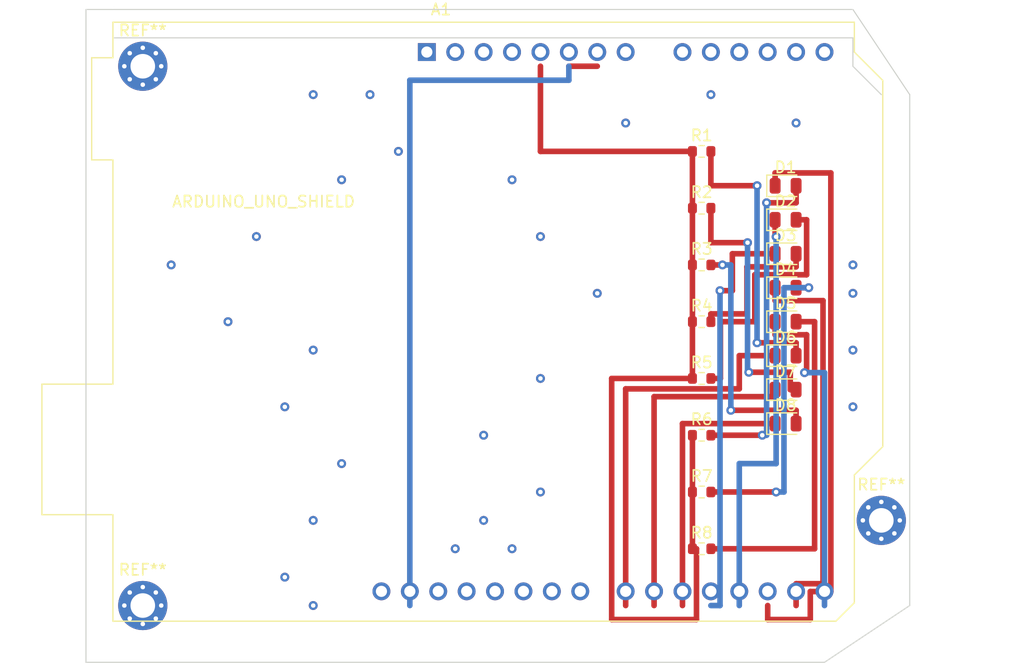
<source format=kicad_pcb>
(kicad_pcb (version 20221018) (generator pcbnew)
  (layers (0 "F.Cu" signal) (31 "B.Cu" signal) (34 "B.Paste" user) (35 "F.Paste" user) (36 "B.SilkS" user "B.Silkscreen") (37 "F.SilkS" user "F.Silkscreen") (38 "B.Mask" user) (39 "F.Mask" user) (44 "Edge.Cuts" user))
  (net 0 "")
  (net 5 "Net-(A1-+5V)")
  (net 6 "GND")
  (net 14 "Net-(A1-D0{slash}RX)")
  (net 15 "Net-(A1-D1{slash}TX)")
  (net 16 "Net-(A1-D2)")
  (net 17 "Net-(A1-D3)")
  (net 18 "Net-(A1-D4)")
  (net 19 "Net-(A1-D5)")
  (net 20 "Net-(A1-D6)")
  (net 21 "Net-(A1-D7)")
  (net 29 "Net-(D1-A)")
  (net 30 "Net-(D2-A)")
  (net 31 "Net-(D3-A)")
  (net 32 "Net-(D4-A)")
  (net 33 "Net-(D6-A)")
  (net 34 "Net-(D7-A)")
  (net 35 "Net-(D8-A)")
  (net 36 "Net-(D9-A)")
  (footprint "LED_SMD:LED_0805_2012Metric" (layer "F.Cu") (at 166.7025 72.66)
    (fp_text reference "D3" (at 0 -1.65) (layer "F.SilkS"))
    (fp_text value "LED")
    (fp_line (start -1.685 -0.96) (end -1.685 0.96) (stroke (width 0.12)) (layer "F.SilkS"))
    (fp_line (start -1.685 0.96) (end 1 0.96) (stroke (width 0.12)) (layer "F.SilkS"))
    (fp_line (start 1 -0.96) (end -1.685 -0.96) (stroke (width 0.12)) (layer "F.SilkS"))
    (pad "1" smd roundrect (at -0.9375 0) (size 0.975 1.4) (layers "F.Cu" "F.Paste" "F.Mask") (net 18 "Net-(A1-D4)"))
    (pad "2" smd roundrect (at 0.9375 0) (size 0.975 1.4) (layers "F.Cu" "F.Paste" "F.Mask") (net 31 "Net-(D3-A)"))
  )
  (footprint "LED_SMD:LED_0805_2012Metric" (layer "F.Cu") (at 166.7025 81.78)
    (fp_text reference "D6" (at 0 -1.65) (layer "F.SilkS"))
    (fp_text value "LED")
    (fp_line (start -1.685 -0.96) (end -1.685 0.96) (stroke (width 0.12)) (layer "F.SilkS"))
    (fp_line (start -1.685 0.96) (end 1 0.96) (stroke (width 0.12)) (layer "F.SilkS"))
    (fp_line (start 1 -0.96) (end -1.685 -0.96) (stroke (width 0.12)) (layer "F.SilkS"))
    (pad "1" smd roundrect (at -0.9375 0) (size 0.975 1.4) (layers "F.Cu" "F.Paste" "F.Mask") (net 21 "Net-(A1-D7)"))
    (pad "2" smd roundrect (at 0.9375 0) (size 0.975 1.4) (layers "F.Cu" "F.Paste" "F.Mask") (net 34 "Net-(D7-A)"))
  )
  (footprint "Resistor_SMD:R_0603_1608Metric" (layer "F.Cu") (at 159.195 83.82)
    (fp_text reference "R5" (at 0 -1.43) (layer "F.SilkS"))
    (fp_text value "247")
    (fp_line (start -0.237258 -0.5225) (end 0.237258 -0.5225) (stroke (width 0.12)) (layer "F.SilkS"))
    (fp_line (start -0.237258 0.5225) (end 0.237258 0.5225) (stroke (width 0.12)) (layer "F.SilkS"))
    (pad "1" smd roundrect (at -0.825 0) (size 0.8 0.95) (layers "F.Cu" "F.Paste" "F.Mask") (net 5 "Net-(A1-+5V)"))
    (pad "2" smd roundrect (at 0.825 0) (size 0.8 0.95) (layers "F.Cu" "F.Paste" "F.Mask") (net 30 "Net-(D2-A)"))
  )
  (footprint "LED_SMD:LED_0805_2012Metric" (layer "F.Cu") (at 166.7025 84.82)
    (fp_text reference "D7" (at 0 -1.65) (layer "F.SilkS"))
    (fp_text value "LED")
    (fp_line (start -1.685 -0.96) (end -1.685 0.96) (stroke (width 0.12)) (layer "F.SilkS"))
    (fp_line (start -1.685 0.96) (end 1 0.96) (stroke (width 0.12)) (layer "F.SilkS"))
    (fp_line (start 1 -0.96) (end -1.685 -0.96) (stroke (width 0.12)) (layer "F.SilkS"))
    (pad "1" smd roundrect (at -0.9375 0) (size 0.975 1.4) (layers "F.Cu" "F.Paste" "F.Mask") (net 20 "Net-(A1-D6)"))
    (pad "2" smd roundrect (at 0.9375 0) (size 0.975 1.4) (layers "F.Cu" "F.Paste" "F.Mask") (net 35 "Net-(D8-A)"))
  )
  (footprint "LED_SMD:LED_0805_2012Metric" (layer "F.Cu") (at 166.7025 69.62)
    (fp_text reference "D2" (at 0 -1.65) (layer "F.SilkS"))
    (fp_text value "LED")
    (fp_line (start -1.685 -0.96) (end -1.685 0.96) (stroke (width 0.12)) (layer "F.SilkS"))
    (fp_line (start -1.685 0.96) (end 1 0.96) (stroke (width 0.12)) (layer "F.SilkS"))
    (fp_line (start 1 -0.96) (end -1.685 -0.96) (stroke (width 0.12)) (layer "F.SilkS"))
    (pad "1" smd roundrect (at -0.9375 0) (size 0.975 1.4) (layers "F.Cu" "F.Paste" "F.Mask") (net 17 "Net-(A1-D3)"))
    (pad "2" smd roundrect (at 0.9375 0) (size 0.975 1.4) (layers "F.Cu" "F.Paste" "F.Mask") (net 30 "Net-(D2-A)"))
  )
  (footprint "LED_SMD:LED_0805_2012Metric" (layer "F.Cu") (at 166.7025 66.58)
    (fp_text reference "D1" (at 0 -1.65) (layer "F.SilkS"))
    (fp_text value "LED")
    (fp_line (start -1.685 -0.96) (end -1.685 0.96) (stroke (width 0.12)) (layer "F.SilkS"))
    (fp_line (start -1.685 0.96) (end 1 0.96) (stroke (width 0.12)) (layer "F.SilkS"))
    (fp_line (start 1 -0.96) (end -1.685 -0.96) (stroke (width 0.12)) (layer "F.SilkS"))
    (pad "1" smd roundrect (at -0.9375 0) (size 0.975 1.4) (layers "F.Cu" "F.Paste" "F.Mask") (net 16 "Net-(A1-D2)"))
    (pad "2" smd roundrect (at 0.9375 0) (size 0.975 1.4) (layers "F.Cu" "F.Paste" "F.Mask") (net 29 "Net-(D1-A)"))
  )
  (footprint "Resistor_SMD:R_0603_1608Metric" (layer "F.Cu") (at 159.195 88.9)
    (fp_text reference "R6" (at 0 -1.43) (layer "F.SilkS"))
    (fp_text value "247")
    (fp_line (start -0.237258 -0.5225) (end 0.237258 -0.5225) (stroke (width 0.12)) (layer "F.SilkS"))
    (fp_line (start -0.237258 0.5225) (end 0.237258 0.5225) (stroke (width 0.12)) (layer "F.SilkS"))
    (pad "1" smd roundrect (at -0.825 0) (size 0.8 0.95) (layers "F.Cu" "F.Paste" "F.Mask") (net 5 "Net-(A1-+5V)"))
    (pad "2" smd roundrect (at 0.825 0) (size 0.8 0.95) (layers "F.Cu" "F.Paste" "F.Mask") (net 29 "Net-(D1-A)"))
  )
  (footprint "Resistor_SMD:R_0603_1608Metric" (layer "F.Cu") (at 159.195 63.5)
    (fp_text reference "R1" (at 0 -1.43) (layer "F.SilkS"))
    (fp_text value "247")
    (fp_line (start -0.237258 -0.5225) (end 0.237258 -0.5225) (stroke (width 0.12)) (layer "F.SilkS"))
    (fp_line (start -0.237258 0.5225) (end 0.237258 0.5225) (stroke (width 0.12)) (layer "F.SilkS"))
    (pad "1" smd roundrect (at -0.825 0) (size 0.8 0.95) (layers "F.Cu" "F.Paste" "F.Mask") (net 5 "Net-(A1-+5V)"))
    (pad "2" smd roundrect (at 0.825 0) (size 0.8 0.95) (layers "F.Cu" "F.Paste" "F.Mask") (net 34 "Net-(D7-A)"))
  )
  (footprint "Module:Arduino_UNO_R2" (layer "F.Cu") (at 134.62 54.61)
    (fp_text reference "A1" (at 1.27 -3.81 180) (layer "F.SilkS"))
    (fp_text value "Arduino_UNO_R2")
    (fp_line (start -34.42 29.72) (end -34.42 41.4) (stroke (width 0.12)) (layer "F.SilkS"))
    (fp_line (start -34.42 41.4) (end -28.07 41.4) (stroke (width 0.12)) (layer "F.SilkS"))
    (fp_line (start -29.97 0.51) (end -29.97 9.65) (stroke (width 0.12)) (layer "F.SilkS"))
    (fp_line (start -29.97 9.65) (end -28.07 9.65) (stroke (width 0.12)) (layer "F.SilkS"))
    (fp_line (start -28.07 -2.67) (end -28.07 0.51) (stroke (width 0.12)) (layer "F.SilkS"))
    (fp_line (start -28.07 0.51) (end -29.97 0.51) (stroke (width 0.12)) (layer "F.SilkS"))
    (fp_line (start -28.07 9.65) (end -28.07 29.72) (stroke (width 0.12)) (layer "F.SilkS"))
    (fp_line (start -28.07 29.72) (end -34.42 29.72) (stroke (width 0.12)) (layer "F.SilkS"))
    (fp_line (start -28.07 41.4) (end -28.07 50.93) (stroke (width 0.12)) (layer "F.SilkS"))
    (fp_line (start -28.07 50.93) (end 36.58 50.93) (stroke (width 0.12)) (layer "F.SilkS"))
    (fp_line (start 36.58 50.93) (end 38.23 49.28) (stroke (width 0.12)) (layer "F.SilkS"))
    (fp_line (start 38.23 -2.67) (end -28.07 -2.67) (stroke (width 0.12)) (layer "F.SilkS"))
    (fp_line (start 38.23 0) (end 38.23 -2.67) (stroke (width 0.12)) (layer "F.SilkS"))
    (fp_line (start 38.23 37.85) (end 40.77 35.31) (stroke (width 0.12)) (layer "F.SilkS"))
    (fp_line (start 38.23 49.28) (end 38.23 37.85) (stroke (width 0.12)) (layer "F.SilkS"))
    (fp_line (start 40.77 2.54) (end 38.23 0) (stroke (width 0.12)) (layer "F.SilkS"))
    (fp_line (start 40.77 35.31) (end 40.77 2.54) (stroke (width 0.12)) (layer "F.SilkS"))
    (pad "1" thru_hole rect (at 0 0 90) (size 1.6 1.6) (drill 1) (layers "*.Cu" "*.Mask"))
    (pad "2" thru_hole oval (at 2.54 0 90) (size 1.6 1.6) (drill 1) (layers "*.Cu" "*.Mask"))
    (pad "3" thru_hole oval (at 5.08 0 90) (size 1.6 1.6) (drill 1) (layers "*.Cu" "*.Mask"))
    (pad "4" thru_hole oval (at 7.62 0 90) (size 1.6 1.6) (drill 1) (layers "*.Cu" "*.Mask"))
    (pad "5" thru_hole oval (at 10.16 0 90) (size 1.6 1.6) (drill 1) (layers "*.Cu" "*.Mask") (net 5 "Net-(A1-+5V)"))
    (pad "6" thru_hole oval (at 12.7 0 90) (size 1.6 1.6) (drill 1) (layers "*.Cu" "*.Mask") (net 6 "GND"))
    (pad "7" thru_hole oval (at 15.24 0 90) (size 1.6 1.6) (drill 1) (layers "*.Cu" "*.Mask") (net 6 "GND"))
    (pad "8" thru_hole oval (at 17.78 0 90) (size 1.6 1.6) (drill 1) (layers "*.Cu" "*.Mask"))
    (pad "9" thru_hole oval (at 22.86 0 90) (size 1.6 1.6) (drill 1) (layers "*.Cu" "*.Mask"))
    (pad "10" thru_hole oval (at 25.4 0 90) (size 1.6 1.6) (drill 1) (layers "*.Cu" "*.Mask"))
    (pad "11" thru_hole oval (at 27.94 0 90) (size 1.6 1.6) (drill 1) (layers "*.Cu" "*.Mask"))
    (pad "12" thru_hole oval (at 30.48 0 90) (size 1.6 1.6) (drill 1) (layers "*.Cu" "*.Mask"))
    (pad "13" thru_hole oval (at 33.02 0 90) (size 1.6 1.6) (drill 1) (layers "*.Cu" "*.Mask"))
    (pad "14" thru_hole oval (at 35.56 0 90) (size 1.6 1.6) (drill 1) (layers "*.Cu" "*.Mask"))
    (pad "15" thru_hole oval (at 35.56 48.26 90) (size 1.6 1.6) (drill 1) (layers "*.Cu" "*.Mask") (net 14 "Net-(A1-D0{slash}RX)"))
    (pad "16" thru_hole oval (at 33.02 48.26 90) (size 1.6 1.6) (drill 1) (layers "*.Cu" "*.Mask") (net 15 "Net-(A1-D1{slash}TX)"))
    (pad "17" thru_hole oval (at 30.48 48.26 90) (size 1.6 1.6) (drill 1) (layers "*.Cu" "*.Mask") (net 16 "Net-(A1-D2)"))
    (pad "18" thru_hole oval (at 27.94 48.26 90) (size 1.6 1.6) (drill 1) (layers "*.Cu" "*.Mask") (net 17 "Net-(A1-D3)"))
    (pad "19" thru_hole oval (at 25.4 48.26 90) (size 1.6 1.6) (drill 1) (layers "*.Cu" "*.Mask") (net 18 "Net-(A1-D4)"))
    (pad "20" thru_hole oval (at 22.86 48.26 90) (size 1.6 1.6) (drill 1) (layers "*.Cu" "*.Mask") (net 19 "Net-(A1-D5)"))
    (pad "21" thru_hole oval (at 20.32 48.26 90) (size 1.6 1.6) (drill 1) (layers "*.Cu" "*.Mask") (net 20 "Net-(A1-D6)"))
    (pad "22" thru_hole oval (at 17.78 48.26 90) (size 1.6 1.6) (drill 1) (layers "*.Cu" "*.Mask") (net 21 "Net-(A1-D7)"))
    (pad "23" thru_hole oval (at 13.72 48.26 90) (size 1.6 1.6) (drill 1) (layers "*.Cu" "*.Mask"))
    (pad "24" thru_hole oval (at 11.18 48.26 90) (size 1.6 1.6) (drill 1) (layers "*.Cu" "*.Mask"))
    (pad "25" thru_hole oval (at 8.64 48.26 90) (size 1.6 1.6) (drill 1) (layers "*.Cu" "*.Mask"))
    (pad "26" thru_hole oval (at 6.1 48.26 90) (size 1.6 1.6) (drill 1) (layers "*.Cu" "*.Mask"))
    (pad "27" thru_hole oval (at 3.56 48.26 90) (size 1.6 1.6) (drill 1) (layers "*.Cu" "*.Mask"))
    (pad "28" thru_hole oval (at 1.02 48.26 90) (size 1.6 1.6) (drill 1) (layers "*.Cu" "*.Mask"))
    (pad "29" thru_hole oval (at -1.52 48.26 90) (size 1.6 1.6) (drill 1) (layers "*.Cu" "*.Mask") (net 6 "GND"))
    (pad "30" thru_hole oval (at -4.06 48.26 90) (size 1.6 1.6) (drill 1) (layers "*.Cu" "*.Mask"))
  )
  (footprint "LED_SMD:LED_0805_2012Metric" (layer "F.Cu") (at 166.7025 78.74)
    (fp_text reference "D5" (at 0 -1.65) (layer "F.SilkS"))
    (fp_text value "LED")
    (fp_line (start -1.685 -0.96) (end -1.685 0.96) (stroke (width 0.12)) (layer "F.SilkS"))
    (fp_line (start -1.685 0.96) (end 1 0.96) (stroke (width 0.12)) (layer "F.SilkS"))
    (fp_line (start 1 -0.96) (end -1.685 -0.96) (stroke (width 0.12)) (layer "F.SilkS"))
    (pad "1" smd roundrect (at -0.9375 0) (size 0.975 1.4) (layers "F.Cu" "F.Paste" "F.Mask") (net 14 "Net-(A1-D0{slash}RX)"))
    (pad "2" smd roundrect (at 0.9375 0) (size 0.975 1.4) (layers "F.Cu" "F.Paste" "F.Mask") (net 33 "Net-(D6-A)"))
  )
  (footprint "Resistor_SMD:R_0603_1608Metric" (layer "F.Cu") (at 159.195 73.66)
    (fp_text reference "R3" (at 0 -1.43) (layer "F.SilkS"))
    (fp_text value "247")
    (fp_line (start -0.237258 -0.5225) (end 0.237258 -0.5225) (stroke (width 0.12)) (layer "F.SilkS"))
    (fp_line (start -0.237258 0.5225) (end 0.237258 0.5225) (stroke (width 0.12)) (layer "F.SilkS"))
    (pad "1" smd roundrect (at -0.825 0) (size 0.8 0.95) (layers "F.Cu" "F.Paste" "F.Mask") (net 5 "Net-(A1-+5V)"))
    (pad "2" smd roundrect (at 0.825 0) (size 0.8 0.95) (layers "F.Cu" "F.Paste" "F.Mask") (net 36 "Net-(D9-A)"))
  )
  (footprint "Resistor_SMD:R_0603_1608Metric" (layer "F.Cu") (at 159.195 99.06)
    (fp_text reference "R8" (at 0 -1.43) (layer "F.SilkS"))
    (fp_text value "247")
    (fp_line (start -0.237258 -0.5225) (end 0.237258 -0.5225) (stroke (width 0.12)) (layer "F.SilkS"))
    (fp_line (start -0.237258 0.5225) (end 0.237258 0.5225) (stroke (width 0.12)) (layer "F.SilkS"))
    (pad "1" smd roundrect (at -0.825 0) (size 0.8 0.95) (layers "F.Cu" "F.Paste" "F.Mask") (net 5 "Net-(A1-+5V)"))
    (pad "2" smd roundrect (at 0.825 0) (size 0.8 0.95) (layers "F.Cu" "F.Paste" "F.Mask") (net 33 "Net-(D6-A)"))
  )
  (footprint "Resistor_SMD:R_0603_1608Metric" (layer "F.Cu") (at 159.195 93.98)
    (fp_text reference "R7" (at 0 -1.43) (layer "F.SilkS"))
    (fp_text value "247")
    (fp_line (start -0.237258 -0.5225) (end 0.237258 -0.5225) (stroke (width 0.12)) (layer "F.SilkS"))
    (fp_line (start -0.237258 0.5225) (end 0.237258 0.5225) (stroke (width 0.12)) (layer "F.SilkS"))
    (pad "1" smd roundrect (at -0.825 0) (size 0.8 0.95) (layers "F.Cu" "F.Paste" "F.Mask") (net 5 "Net-(A1-+5V)"))
    (pad "2" smd roundrect (at 0.825 0) (size 0.8 0.95) (layers "F.Cu" "F.Paste" "F.Mask") (net 32 "Net-(D4-A)"))
  )
  (footprint "MountingHole:MountingHole_2.2mm_M2_Pad_Via" (layer "F.Cu") (at 175.26 96.52)
    (fp_text reference "REF**" (at 0 -3.2) (layer "F.SilkS"))
    (fp_text value "MountingHole_2.2mm_M2_Pad_Via")
    (pad "1" thru_hole circle (at -1.65 0) (size 0.7 0.7) (drill 0.4) (layers "*.Cu" "*.Mask"))
    (pad "1" thru_hole circle (at -1.166726 -1.166726) (size 0.7 0.7) (drill 0.4) (layers "*.Cu" "*.Mask"))
    (pad "1" thru_hole circle (at -1.166726 1.166726) (size 0.7 0.7) (drill 0.4) (layers "*.Cu" "*.Mask"))
    (pad "1" thru_hole circle (at 0 -1.65) (size 0.7 0.7) (drill 0.4) (layers "*.Cu" "*.Mask"))
    (pad "1" thru_hole circle (at 0 0) (size 4.4 4.4) (drill 2.2) (layers "*.Cu" "*.Mask"))
    (pad "1" thru_hole circle (at 0 1.65) (size 0.7 0.7) (drill 0.4) (layers "*.Cu" "*.Mask"))
    (pad "1" thru_hole circle (at 1.166726 -1.166726) (size 0.7 0.7) (drill 0.4) (layers "*.Cu" "*.Mask"))
    (pad "1" thru_hole circle (at 1.166726 1.166726) (size 0.7 0.7) (drill 0.4) (layers "*.Cu" "*.Mask"))
    (pad "1" thru_hole circle (at 1.65 0) (size 0.7 0.7) (drill 0.4) (layers "*.Cu" "*.Mask"))
  )
  (footprint "LED_SMD:LED_0805_2012Metric" (layer "F.Cu") (at 166.7025 75.7)
    (fp_text reference "D4" (at 0 -1.65) (layer "F.SilkS"))
    (fp_text value "LED")
    (fp_line (start -1.685 -0.96) (end -1.685 0.96) (stroke (width 0.12)) (layer "F.SilkS"))
    (fp_line (start -1.685 0.96) (end 1 0.96) (stroke (width 0.12)) (layer "F.SilkS"))
    (fp_line (start 1 -0.96) (end -1.685 -0.96) (stroke (width 0.12)) (layer "F.SilkS"))
    (pad "1" smd roundrect (at -0.9375 0) (size 0.975 1.4) (layers "F.Cu" "F.Paste" "F.Mask") (net 15 "Net-(A1-D1{slash}TX)"))
    (pad "2" smd roundrect (at 0.9375 0) (size 0.975 1.4) (layers "F.Cu" "F.Paste" "F.Mask") (net 32 "Net-(D4-A)"))
  )
  (footprint "MountingHole:MountingHole_2.2mm_M2_Pad_Via" (layer "F.Cu") (at 109.22 104.14)
    (fp_text reference "REF**" (at 0 -3.2) (layer "F.SilkS"))
    (fp_text value "MountingHole_2.2mm_M2_Pad_Via")
    (pad "1" thru_hole circle (at -1.65 0) (size 0.7 0.7) (drill 0.4) (layers "*.Cu" "*.Mask"))
    (pad "1" thru_hole circle (at -1.166726 -1.166726) (size 0.7 0.7) (drill 0.4) (layers "*.Cu" "*.Mask"))
    (pad "1" thru_hole circle (at -1.166726 1.166726) (size 0.7 0.7) (drill 0.4) (layers "*.Cu" "*.Mask"))
    (pad "1" thru_hole circle (at 0 -1.65) (size 0.7 0.7) (drill 0.4) (layers "*.Cu" "*.Mask"))
    (pad "1" thru_hole circle (at 0 0) (size 4.4 4.4) (drill 2.2) (layers "*.Cu" "*.Mask"))
    (pad "1" thru_hole circle (at 0 1.65) (size 0.7 0.7) (drill 0.4) (layers "*.Cu" "*.Mask"))
    (pad "1" thru_hole circle (at 1.166726 -1.166726) (size 0.7 0.7) (drill 0.4) (layers "*.Cu" "*.Mask"))
    (pad "1" thru_hole circle (at 1.166726 1.166726) (size 0.7 0.7) (drill 0.4) (layers "*.Cu" "*.Mask"))
    (pad "1" thru_hole circle (at 1.65 0) (size 0.7 0.7) (drill 0.4) (layers "*.Cu" "*.Mask"))
  )
  (footprint "LED_SMD:LED_0805_2012Metric" (layer "F.Cu") (at 166.7025 87.86)
    (fp_text reference "D8" (at 0 -1.65) (layer "F.SilkS"))
    (fp_text value "LED")
    (fp_line (start -1.685 -0.96) (end -1.685 0.96) (stroke (width 0.12)) (layer "F.SilkS"))
    (fp_line (start -1.685 0.96) (end 1 0.96) (stroke (width 0.12)) (layer "F.SilkS"))
    (fp_line (start 1 -0.96) (end -1.685 -0.96) (stroke (width 0.12)) (layer "F.SilkS"))
    (pad "1" smd roundrect (at -0.9375 0) (size 0.975 1.4) (layers "F.Cu" "F.Paste" "F.Mask") (net 19 "Net-(A1-D5)"))
    (pad "2" smd roundrect (at 0.9375 0) (size 0.975 1.4) (layers "F.Cu" "F.Paste" "F.Mask") (net 36 "Net-(D9-A)"))
  )
  (footprint "Resistor_SMD:R_0603_1608Metric" (layer "F.Cu") (at 159.195 78.74)
    (fp_text reference "R4" (at 0 -1.43) (layer "F.SilkS"))
    (fp_text value "247")
    (fp_line (start -0.237258 -0.5225) (end 0.237258 -0.5225) (stroke (width 0.12)) (layer "F.SilkS"))
    (fp_line (start -0.237258 0.5225) (end 0.237258 0.5225) (stroke (width 0.12)) (layer "F.SilkS"))
    (pad "1" smd roundrect (at -0.825 0) (size 0.8 0.95) (layers "F.Cu" "F.Paste" "F.Mask") (net 5 "Net-(A1-+5V)"))
    (pad "2" smd roundrect (at 0.825 0) (size 0.8 0.95) (layers "F.Cu" "F.Paste" "F.Mask") (net 31 "Net-(D3-A)"))
  )
  (footprint "MountingHole:MountingHole_2.2mm_M2_Pad_Via" (layer "F.Cu") (at 109.22 55.88)
    (fp_text reference "REF**" (at 0 -3.2) (layer "F.SilkS"))
    (fp_text value "MountingHole_2.2mm_M2_Pad_Via")
    (pad "1" thru_hole circle (at -1.65 0) (size 0.7 0.7) (drill 0.4) (layers "*.Cu" "*.Mask"))
    (pad "1" thru_hole circle (at -1.166726 -1.166726) (size 0.7 0.7) (drill 0.4) (layers "*.Cu" "*.Mask"))
    (pad "1" thru_hole circle (at -1.166726 1.166726) (size 0.7 0.7) (drill 0.4) (layers "*.Cu" "*.Mask"))
    (pad "1" thru_hole circle (at 0 -1.65) (size 0.7 0.7) (drill 0.4) (layers "*.Cu" "*.Mask"))
    (pad "1" thru_hole circle (at 0 0) (size 4.4 4.4) (drill 2.2) (layers "*.Cu" "*.Mask"))
    (pad "1" thru_hole circle (at 0 1.65) (size 0.7 0.7) (drill 0.4) (layers "*.Cu" "*.Mask"))
    (pad "1" thru_hole circle (at 1.166726 -1.166726) (size 0.7 0.7) (drill 0.4) (layers "*.Cu" "*.Mask"))
    (pad "1" thru_hole circle (at 1.166726 1.166726) (size 0.7 0.7) (drill 0.4) (layers "*.Cu" "*.Mask"))
    (pad "1" thru_hole circle (at 1.65 0) (size 0.7 0.7) (drill 0.4) (layers "*.Cu" "*.Mask"))
  )
  (footprint "Resistor_SMD:R_0603_1608Metric" (layer "F.Cu") (at 159.195 68.58)
    (fp_text reference "R2" (at 0 -1.43) (layer "F.SilkS"))
    (fp_text value "247")
    (fp_line (start -0.237258 -0.5225) (end 0.237258 -0.5225) (stroke (width 0.12)) (layer "F.SilkS"))
    (fp_line (start -0.237258 0.5225) (end 0.237258 0.5225) (stroke (width 0.12)) (layer "F.SilkS"))
    (pad "1" smd roundrect (at -0.825 0) (size 0.8 0.95) (layers "F.Cu" "F.Paste" "F.Mask") (net 5 "Net-(A1-+5V)"))
    (pad "2" smd roundrect (at 0.825 0) (size 0.8 0.95) (layers "F.Cu" "F.Paste" "F.Mask") (net 35 "Net-(D8-A)"))
  )
  (gr_line (start 177.8 58.42) (end 177.8 104.14) (stroke (width 0.1)) (layer "Edge.Cuts"))
  (gr_line (start 104.14 109.22) (end 104.14 50.8) (stroke (width 0.1)) (layer "Edge.Cuts"))
  (gr_line (start 172.72 53.34) (end 172.72 55.88) (stroke (width 0.1)) (layer "Edge.Cuts"))
  (gr_line (start 170.18 109.22) (end 104.14 109.22) (stroke (width 0.1)) (layer "Edge.Cuts"))
  (gr_line (start 104.14 50.8) (end 106.68 50.8) (stroke (width 0.1)) (layer "Edge.Cuts"))
  (gr_line (start 172.72 55.88) (end 175.26 58.42) (stroke (width 0.1)) (layer "Edge.Cuts"))
  (gr_line (start 106.68 50.8) (end 172.72 50.8) (stroke (width 0.1)) (layer "Edge.Cuts"))
  (gr_line (start 177.8 104.14) (end 170.18 109.22) (stroke (width 0.1)) (layer "Edge.Cuts"))
  (gr_line (start 172.72 50.8) (end 177.8 58.42) (stroke (width 0.1)) (layer "Edge.Cuts"))
  (gr_line (start 106.68 53.34) (end 172.72 53.34) (stroke (width 0.1)) (layer "Edge.Cuts"))
  (gr_text "ARDUINO_UNO_SHIELD\n" (at 111.76 68.58) (layer "F.SilkS") (effects (font (size 1 1)) (justify left bottom)))
  (via (at 127 91.44) (size 0.8) (drill 0.4) (layers "F.Cu" "B.Cu") (net 0))
  (via (at 149.86 76.2) (size 0.8) (drill 0.4) (layers "F.Cu" "B.Cu") (net 0))
  (via (at 139.7 96.52) (size 0.8) (drill 0.4) (layers "F.Cu" "B.Cu") (net 0))
  (via (at 152.4 60.96) (size 0.8) (drill 0.4) (layers "F.Cu" "B.Cu") (net 0))
  (via (at 172.72 76.2) (size 0.8) (drill 0.4) (layers "F.Cu" "B.Cu") (net 0))
  (via (at 116.84 78.74) (size 0.8) (drill 0.4) (layers "F.Cu" "B.Cu") (net 0))
  (via (at 129.54 58.42) (size 0.8) (drill 0.4) (layers "F.Cu" "B.Cu") (net 0))
  (via (at 144.78 71.12) (size 0.8) (drill 0.4) (layers "F.Cu" "B.Cu") (net 0))
  (via (at 167.64 60.96) (size 0.8) (drill 0.4) (layers "F.Cu" "B.Cu") (net 0))
  (via (at 137.16 99.06) (size 0.8) (drill 0.4) (layers "F.Cu" "B.Cu") (net 0))
  (via (at 119.38 71.12) (size 0.8) (drill 0.4) (layers "F.Cu" "B.Cu") (net 0))
  (via (at 111.76 73.66) (size 0.8) (drill 0.4) (layers "F.Cu" "B.Cu") (net 0))
  (via (at 142.24 99.06) (size 0.8) (drill 0.4) (layers "F.Cu" "B.Cu") (net 0))
  (via (at 127 66.04) (size 0.8) (drill 0.4) (layers "F.Cu" "B.Cu") (net 0))
  (via (at 121.92 101.6) (size 0.8) (drill 0.4) (layers "F.Cu" "B.Cu") (net 0))
  (via (at 144.78 83.82) (size 0.8) (drill 0.4) (layers "F.Cu" "B.Cu") (net 0))
  (via (at 160.02 58.42) (size 0.8) (drill 0.4) (layers "F.Cu" "B.Cu") (net 0))
  (via (at 132.08 63.5) (size 0.8) (drill 0.4) (layers "F.Cu" "B.Cu") (net 0))
  (via (at 124.46 104.14) (size 0.8) (drill 0.4) (layers "F.Cu" "B.Cu") (net 0))
  (via (at 172.72 81.28) (size 0.8) (drill 0.4) (layers "F.Cu" "B.Cu") (net 0))
  (via (at 139.7 88.9) (size 0.8) (drill 0.4) (layers "F.Cu" "B.Cu") (net 0))
  (via (at 142.24 66.04) (size 0.8) (drill 0.4) (layers "F.Cu" "B.Cu") (net 0))
  (via (at 124.46 96.52) (size 0.8) (drill 0.4) (layers "F.Cu" "B.Cu") (net 0))
  (via (at 124.46 81.28) (size 0.8) (drill 0.4) (layers "F.Cu" "B.Cu") (net 0))
  (via (at 144.78 93.98) (size 0.8) (drill 0.4) (layers "F.Cu" "B.Cu") (net 0))
  (via (at 172.72 86.36) (size 0.8) (drill 0.4) (layers "F.Cu" "B.Cu") (net 0))
  (via (at 121.92 86.36) (size 0.8) (drill 0.4) (layers "F.Cu" "B.Cu") (net 0))
  (via (at 124.46 58.42) (size 0.8) (drill 0.4) (layers "F.Cu" "B.Cu") (net 0))
  (via (at 172.72 73.66) (size 0.8) (drill 0.4) (layers "F.Cu" "B.Cu") (net 0))
  (segment (start 158.37 93.98) (end 158.37 88.9) (width 0.5) (layer "F.Cu") (net 5))
  (segment (start 144.78 55.88) (end 144.78 63.5) (width 0.5) (layer "F.Cu") (net 5))
  (segment (start 158.7319 105.3919) (end 151.1481 105.3919) (width 0.5) (layer "F.Cu") (net 5))
  (segment (start 158.7319 99.06) (end 158.7319 105.3919) (width 0.5) (layer "F.Cu") (net 5))
  (segment (start 151.1481 105.3919) (end 151.1481 83.82) (width 0.5) (layer "F.Cu") (net 5))
  (segment (start 158.37 78.74) (end 158.37 83.82) (width 0.5) (layer "F.Cu") (net 5))
  (segment (start 158.37 73.66) (end 158.37 68.58) (width 0.5) (layer "F.Cu") (net 5))
  (segment (start 158.37 93.98) (end 158.37 99.06) (width 0.5) (layer "F.Cu") (net 5))
  (segment (start 158.37 99.06) (end 158.7319 99.06) (width 0.5) (layer "F.Cu") (net 5))
  (segment (start 158.37 73.66) (end 158.37 78.74) (width 0.5) (layer "F.Cu") (net 5))
  (segment (start 151.1481 83.82) (end 158.37 83.82) (width 0.5) (layer "F.Cu") (net 5))
  (segment (start 144.78 63.5) (end 158.37 63.5) (width 0.5) (layer "F.Cu") (net 5))
  (segment (start 158.37 68.58) (end 158.37 63.5) (width 0.5) (layer "F.Cu") (net 5))
  (segment (start 149.86 55.88) (end 147.32 55.88) (width 0.5) (layer "F.Cu") (net 6))
  (segment (start 133.1 104.14) (end 133.1 57.1319) (width 0.5) (layer "B.Cu") (net 6))
  (segment (start 133.1 57.1319) (end 147.32 57.1319) (width 0.5) (layer "B.Cu") (net 6))
  (segment (start 147.32 57.1319) (end 147.32 55.88) (width 0.5) (layer "B.Cu") (net 6))
  (segment (start 168.5803 83.3) (end 168.5803 79.909) (width 0.5) (layer "F.Cu") (net 14))
  (segment (start 168.5803 79.909) (end 165.765 79.909) (width 0.5) (layer "F.Cu") (net 14))
  (segment (start 168.394 83.3) (end 168.5803 83.3) (width 0.5) (layer "F.Cu") (net 14))
  (segment (start 165.765 79.909) (end 165.765 78.74) (width 0.5) (layer "F.Cu") (net 14))
  (via (at 168.394 83.3) (size 0.8) (drill 0.4) (layers "F.Cu" "B.Cu") (net 14))
  (segment (start 170.18 104.14) (end 170.18 83.3) (width 0.5) (layer "B.Cu") (net 14))
  (segment (start 170.18 83.3) (end 168.394 83.3) (width 0.5) (layer "B.Cu") (net 14))
  (segment (start 165.765 75.7) (end 165.765 76.8528) (width 0.5) (layer "F.Cu") (net 15))
  (segment (start 165.765 76.8528) (end 170.0463 76.8528) (width 0.5) (layer "F.Cu") (net 15))
  (segment (start 170.0463 76.8528) (end 170.0463 102.1862) (width 0.5) (layer "F.Cu") (net 15))
  (segment (start 170.0463 102.1862) (end 167.64 102.1862) (width 0.5) (layer "F.Cu") (net 15))
  (segment (start 167.64 102.1862) (end 167.64 104.14) (width 0.5) (layer "F.Cu") (net 15))
  (segment (start 165.1 105.3919) (end 168.91 105.3919) (width 0.5) (layer "F.Cu") (net 16))
  (segment (start 170.7482 102.8881) (end 170.7482 65.4272) (width 0.5) (layer "F.Cu") (net 16))
  (segment (start 165.1 104.14) (end 165.1 105.3919) (width 0.5) (layer "F.Cu") (net 16))
  (segment (start 170.7482 65.4272) (end 165.765 65.4272) (width 0.5) (layer "F.Cu") (net 16))
  (segment (start 168.91 102.8881) (end 170.7482 102.8881) (width 0.5) (layer "F.Cu") (net 16))
  (segment (start 165.765 65.4272) (end 165.765 66.58) (width 0.5) (layer "F.Cu") (net 16))
  (segment (start 168.91 105.3919) (end 168.91 102.8881) (width 0.5) (layer "F.Cu") (net 16))
  (segment (start 165.765 71.14) (end 165.765 69.62) (width 0.5) (layer "F.Cu") (net 17))
  (segment (start 165.8536 71.14) (end 165.765 71.14) (width 0.5) (layer "F.Cu") (net 17))
  (via (at 165.8536 71.14) (size 0.8) (drill 0.4) (layers "F.Cu" "B.Cu") (net 17))
  (segment (start 162.56 91.44) (end 165.8536 91.44) (width 0.5) (layer "B.Cu") (net 17))
  (segment (start 162.56 104.14) (end 162.56 91.44) (width 0.5) (layer "B.Cu") (net 17))
  (segment (start 165.8536 91.44) (end 165.8536 71.14) (width 0.5) (layer "B.Cu") (net 17))
  (segment (start 161.9404 75.9629) (end 160.8373 75.9629) (width 0.5) (layer "F.Cu") (net 18))
  (segment (start 165.765 72.66) (end 161.9404 72.66) (width 0.5) (layer "F.Cu") (net 18))
  (segment (start 161.9404 72.66) (end 161.9404 75.9629) (width 0.5) (layer "F.Cu") (net 18))
  (via (at 160.8373 75.9629) (size 0.8) (drill 0.4) (layers "F.Cu" "B.Cu") (net 18))
  (segment (start 160.02 104.14) (end 160.8373 104.14) (width 0.5) (layer "B.Cu") (net 18))
  (segment (start 160.8373 104.14) (end 160.8373 75.9629) (width 0.5) (layer "B.Cu") (net 18))
  (segment (start 157.48 104.14) (end 157.48 87.86) (width 0.5) (layer "F.Cu") (net 19))
  (segment (start 157.48 87.86) (end 165.765 87.86) (width 0.5) (layer "F.Cu") (net 19))
  (segment (start 165.765 85.4496) (end 154.94 85.4496) (width 0.5) (layer "F.Cu") (net 20))
  (segment (start 165.765 84.82) (end 165.765 85.4496) (width 0.5) (layer "F.Cu") (net 20))
  (segment (start 154.94 85.4496) (end 154.94 104.14) (width 0.5) (layer "F.Cu") (net 20))
  (segment (start 162.5603 81.78) (end 165.765 81.78) (width 0.5) (layer "F.Cu") (net 21))
  (segment (start 152.4 104.14) (end 152.4 84.7477) (width 0.5) (layer "F.Cu") (net 21))
  (segment (start 152.4 84.7477) (end 162.5603 84.7477) (width 0.5) (layer "F.Cu") (net 21))
  (segment (start 162.5603 84.7477) (end 162.5603 81.78) (width 0.5) (layer "F.Cu") (net 21))
  (segment (start 167.64 66.58) (end 167.64 68.1) (width 0.5) (layer "F.Cu") (net 29))
  (segment (start 167.64 68.1) (end 165.0013 68.1) (width 0.5) (layer "F.Cu") (net 29))
  (segment (start 160.02 88.9) (end 164.615 88.9) (width 0.5) (layer "F.Cu") (net 29))
  (via (at 165.0013 68.1) (size 0.8) (drill 0.4) (layers "F.Cu" "B.Cu") (net 29))
  (via (at 164.615 88.9) (size 0.8) (drill 0.4) (layers "F.Cu" "B.Cu") (net 29))
  (segment (start 165.0013 88.9) (end 164.615 88.9) (width 0.5) (layer "B.Cu") (net 29))
  (segment (start 165.0013 68.1) (end 165.0013 88.9) (width 0.5) (layer "B.Cu") (net 29))
  (segment (start 168.5803 69.62) (end 167.64 69.62) (width 0.5) (layer "F.Cu") (net 30))
  (segment (start 160.8727 78.74) (end 163.9445 78.74) (width 0.5) (layer "F.Cu") (net 30))
  (segment (start 163.9445 74.5395) (end 168.5803 74.5395) (width 0.5) (layer "F.Cu") (net 30))
  (segment (start 160.02 83.82) (end 160.8727 83.82) (width 0.5) (layer "F.Cu") (net 30))
  (segment (start 168.5803 74.5395) (end 168.5803 69.62) (width 0.5) (layer "F.Cu") (net 30))
  (segment (start 163.9445 78.74) (end 163.9445 74.5395) (width 0.5) (layer "F.Cu") (net 30))
  (segment (start 160.8727 83.82) (end 160.8727 78.74) (width 0.5) (layer "F.Cu") (net 30))
  (segment (start 163.2426 78.0381) (end 163.2426 73.8299) (width 0.5) (layer "F.Cu") (net 31))
  (segment (start 167.64 73.8299) (end 167.64 72.66) (width 0.5) (layer "F.Cu") (net 31))
  (segment (start 160.02 78.74) (end 160.02 78.0381) (width 0.5) (layer "F.Cu") (net 31))
  (segment (start 160.02 78.0381) (end 163.2426 78.0381) (width 0.5) (layer "F.Cu") (net 31))
  (segment (start 163.2426 73.8299) (end 167.64 73.8299) (width 0.5) (layer "F.Cu") (net 31))
  (segment (start 160.02 93.98) (end 165.8536 93.98) (width 0.5) (layer "F.Cu") (net 32))
  (segment (start 167.64 75.6961) (end 167.64 75.7) (width 0.5) (layer "F.Cu") (net 32))
  (segment (start 168.7704 75.6961) (end 167.64 75.6961) (width 0.5) (layer "F.Cu") (net 32))
  (via (at 165.8536 93.98) (size 0.8) (drill 0.4) (layers "F.Cu" "B.Cu") (net 32))
  (via (at 168.7704 75.6961) (size 0.8) (drill 0.4) (layers "F.Cu" "B.Cu") (net 32))
  (segment (start 166.5555 93.98) (end 166.5555 75.6961) (width 0.5) (layer "B.Cu") (net 32))
  (segment (start 166.5555 75.6961) (end 168.7704 75.6961) (width 0.5) (layer "B.Cu") (net 32))
  (segment (start 165.8536 93.98) (end 166.5555 93.98) (width 0.5) (layer "B.Cu") (net 32))
  (segment (start 169.2943 99.06) (end 169.2943 78.74) (width 0.5) (layer "F.Cu") (net 33))
  (segment (start 169.2943 78.74) (end 167.64 78.74) (width 0.5) (layer "F.Cu") (net 33))
  (segment (start 160.02 99.06) (end 169.2943 99.06) (width 0.5) (layer "F.Cu") (net 33))
  (segment (start 167.64 81.78) (end 167.64 80.6272) (width 0.5) (layer "F.Cu") (net 34))
  (segment (start 160.02 63.5) (end 160.02 66.5691) (width 0.5) (layer "F.Cu") (net 34))
  (segment (start 160.02 66.5691) (end 164.1489 66.5691) (width 0.5) (layer "F.Cu") (net 34))
  (segment (start 167.64 80.6272) (end 164.1489 80.6272) (width 0.5) (layer "F.Cu") (net 34))
  (via (at 164.1489 66.5691) (size 0.8) (drill 0.4) (layers "F.Cu" "B.Cu") (net 34))
  (via (at 164.1489 80.6272) (size 0.8) (drill 0.4) (layers "F.Cu" "B.Cu") (net 34))
  (segment (start 164.1489 66.5691) (end 164.1489 80.6272) (width 0.5) (layer "B.Cu") (net 34))
  (segment (start 160.02 68.58) (end 160.02 71.6675) (width 0.5) (layer "F.Cu") (net 35))
  (segment (start 167.64 84.82) (end 167.1216 84.82) (width 0.5) (layer "F.Cu") (net 35))
  (segment (start 160.02 71.6675) (end 163.297 71.6675) (width 0.5) (layer "F.Cu") (net 35))
  (segment (start 167.1216 83.2622) (end 163.4122 83.2622) (width 0.5) (layer "F.Cu") (net 35))
  (segment (start 167.1216 84.82) (end 167.1216 83.2622) (width 0.5) (layer "F.Cu") (net 35))
  (via (at 163.297 71.6675) (size 0.8) (drill 0.4) (layers "F.Cu" "B.Cu") (net 35))
  (via (at 163.4122 83.2622) (size 0.8) (drill 0.4) (layers "F.Cu" "B.Cu") (net 35))
  (segment (start 163.297 71.6675) (end 163.297 83.2622) (width 0.5) (layer "B.Cu") (net 35))
  (segment (start 163.297 83.2622) (end 163.4122 83.2622) (width 0.5) (layer "B.Cu") (net 35))
  (segment (start 167.64 87.86) (end 167.64 86.6667) (width 0.5) (layer "F.Cu") (net 36))
  (segment (start 160.02 73.66) (end 161.0556 73.66) (width 0.5) (layer "F.Cu") (net 36))
  (segment (start 167.64 86.6667) (end 161.8051 86.6667) (width 0.5) (layer "F.Cu") (net 36))
  (via (at 161.0556 73.66) (size 0.8) (drill 0.4) (layers "F.Cu" "B.Cu") (net 36))
  (via (at 161.8051 86.6667) (size 0.8) (drill 0.4) (layers "F.Cu" "B.Cu") (net 36))
  (segment (start 161.8051 86.6667) (end 161.8051 73.66) (width 0.5) (layer "B.Cu") (net 36))
  (segment (start 161.8051 73.66) (end 161.0556 73.66) (width 0.5) (layer "B.Cu") (net 36))
)
</source>
